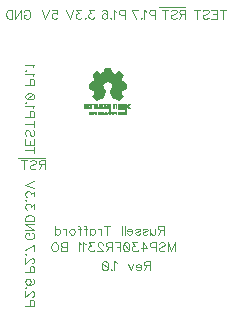
<source format=gbo>
G04 DipTrace 3.1.0.0*
G04 MSP430FR2311Breakout.gbo*
%MOIN*%
G04 #@! TF.FileFunction,Legend,Bot*
G04 #@! TF.Part,Single*
%ADD12C,0.003*%
%ADD58C,0.004632*%
%FSLAX26Y26*%
G04*
G70*
G90*
G75*
G01*
G04 BotSilk*
%LPD*%
X797251Y1216000D2*
D12*
X815251D1*
X796190Y1213000D2*
X816300D1*
X794954Y1210000D2*
X817421D1*
X767251Y1207000D2*
X770251D1*
X793463D2*
X818919D1*
X842251D2*
X845251D1*
X763363Y1204000D2*
X774844D1*
X789723D2*
X821280D1*
X837657D2*
X848251D1*
X760077Y1201000D2*
X779251D1*
X785251D2*
X824251D1*
X833251D2*
X851251D1*
X757586Y1198000D2*
X854251D1*
X757235Y1195000D2*
X857251D1*
X758181Y1192000D2*
X855288D1*
X759606Y1189000D2*
X853310D1*
X761181Y1186000D2*
X851483D1*
X762511Y1183000D2*
X850024D1*
X762439Y1180000D2*
X850073D1*
X761063Y1177000D2*
X851442D1*
X757330Y1174000D2*
X804544D1*
X807957D2*
X855172D1*
X752607Y1171000D2*
X798431D1*
X814070D2*
X859894D1*
X748359Y1168000D2*
X794258D1*
X818243D2*
X864143D1*
X745157Y1165000D2*
X791564D1*
X820937D2*
X867344D1*
X744149Y1162000D2*
X789625D1*
X822876D2*
X868353D1*
X743622Y1159000D2*
X789144D1*
X823357D2*
X868879D1*
X743392Y1156000D2*
X789819D1*
X822682D2*
X869109D1*
X743299Y1153000D2*
X791063D1*
X821438D2*
X869202D1*
X743251Y1150000D2*
X793002D1*
X819499D2*
X869251D1*
X751315Y1147000D2*
X795358D1*
X817143D2*
X861187D1*
X757694Y1144000D2*
X797567D1*
X814935D2*
X854807D1*
X760851Y1141000D2*
X798087D1*
X814415D2*
X851651D1*
X762366Y1138000D2*
X797332D1*
X815169D2*
X850135D1*
X762154Y1135000D2*
X796226D1*
X816275D2*
X850348D1*
X760703Y1132000D2*
X794906D1*
X817595D2*
X851798D1*
X759057Y1129000D2*
X793569D1*
X818932D2*
X853444D1*
X757229Y1126000D2*
X792371D1*
X820130D2*
X855272D1*
X755251Y1123000D2*
X791241D1*
X821261D2*
X857251D1*
X758251Y1120000D2*
X789861D1*
X822640D2*
X854251D1*
X761251Y1117000D2*
X779802D1*
X785251D2*
X788251D1*
X824251D2*
X827251D1*
X832699D2*
X851251D1*
X764251Y1114000D2*
X774855D1*
X837646D2*
X848251D1*
X767251Y1111000D2*
X770251D1*
X842251D2*
X845251D1*
X728251Y1099000D2*
X770251D1*
X779251D2*
X782251D1*
X788251D2*
X797251D1*
X803251D2*
X812251D1*
X827251D2*
X836251D1*
X842251D2*
X851251D1*
X860251D2*
X869251D1*
X875251D2*
X881251D1*
X728251Y1096000D2*
X770251D1*
X779251D2*
X813431D1*
X825866D2*
X836251D1*
X842251D2*
X869251D1*
X875251D2*
X879646D1*
X728251Y1093000D2*
X743251D1*
X749251D2*
X752251D1*
X761251D2*
X770251D1*
X779251D2*
X788251D1*
X794251D2*
X797251D1*
X803251D2*
X813491D1*
X825004D2*
X827251D1*
X833251D2*
X836251D1*
X842251D2*
X860251D1*
X866251D2*
X877574D1*
X728251Y1090000D2*
X740251D1*
X749251D2*
X752251D1*
X761251D2*
X770251D1*
X779251D2*
X788251D1*
X794251D2*
X813709D1*
X824567D2*
X827251D1*
X833251D2*
X836251D1*
X842251D2*
X860251D1*
X866251D2*
X875251D1*
X728251Y1087000D2*
X752251D1*
X761251D2*
X814262D1*
X824367D2*
X827251D1*
X833251D2*
X836251D1*
X842251D2*
X878438D1*
X728251Y1084000D2*
X752251D1*
X761251D2*
X814738D1*
X824251D2*
X827251D1*
X833251D2*
X836251D1*
X842251D2*
X869251D1*
X875251D2*
X881251D1*
X812022Y1081000D2*
X815019D1*
X866251D2*
X869251D1*
X811524Y1078000D2*
X815156D1*
X866251D2*
X869251D1*
X809829Y1075000D2*
X815216D1*
X866251D2*
X869251D1*
X746251Y1072000D2*
X767251D1*
X773251D2*
X791251D1*
X797251D2*
X800251D1*
X807991D2*
X836251D1*
X842251D2*
X869251D1*
X744855Y1069000D2*
X767251D1*
X773251D2*
X776251D1*
X782251D2*
X800251D1*
X806251D2*
X836251D1*
X842251D2*
X851251D1*
X857251D2*
X869251D1*
X743927Y1066000D2*
X758251D1*
X764251D2*
X767251D1*
X773251D2*
X815251D1*
X821251D2*
X824251D1*
X833251D2*
X836251D1*
X842251D2*
X860251D1*
X866251D2*
X869251D1*
X743251Y1063000D2*
X758251D1*
X764251D2*
X767251D1*
X773251D2*
X806251D1*
X812251D2*
X815251D1*
X821251D2*
X824251D1*
X833251D2*
X836251D1*
X842251D2*
X860251D1*
X866251D2*
X869251D1*
X797251Y1216000D2*
X796190Y1213000D1*
X794954Y1210000D1*
X793463Y1207000D1*
X789723Y1204000D1*
X785251Y1201000D1*
X815251Y1216000D2*
X816300Y1213000D1*
X817421Y1210000D1*
X818919Y1207000D1*
X821280Y1204000D1*
X824251Y1201000D1*
X767251Y1207000D2*
X763363Y1204000D1*
X760077Y1201000D1*
X757586Y1198000D1*
X757235Y1195000D1*
X758181Y1192000D1*
X759606Y1189000D1*
X761181Y1186000D1*
X762511Y1183000D1*
X762439Y1180000D1*
X761063Y1177000D1*
X757330Y1174000D1*
X752607Y1171000D1*
X748359Y1168000D1*
X745157Y1165000D1*
X744149Y1162000D1*
X743622Y1159000D1*
X743392Y1156000D1*
X743299Y1153000D1*
X743251Y1150000D1*
X751315Y1147000D1*
X757694Y1144000D1*
X760851Y1141000D1*
X762366Y1138000D1*
X762154Y1135000D1*
X760703Y1132000D1*
X759057Y1129000D1*
X757229Y1126000D1*
X755251Y1123000D1*
X758251Y1120000D1*
X761251Y1117000D1*
X764251Y1114000D1*
X767251Y1111000D1*
X770251Y1207000D2*
X774844Y1204000D1*
X779251Y1201000D1*
X842251Y1207000D2*
X837657Y1204000D1*
X833251Y1201000D1*
X845251Y1207000D2*
X848251Y1204000D1*
X851251Y1201000D1*
X854251Y1198000D1*
X857251Y1195000D1*
X855288Y1192000D1*
X853310Y1189000D1*
X851483Y1186000D1*
X850024Y1183000D1*
X850073Y1180000D1*
X851442Y1177000D1*
X855172Y1174000D1*
X859894Y1171000D1*
X864143Y1168000D1*
X867344Y1165000D1*
X868353Y1162000D1*
X868879Y1159000D1*
X869109Y1156000D1*
X869202Y1153000D1*
X869251Y1150000D1*
X861187Y1147000D1*
X854807Y1144000D1*
X851651Y1141000D1*
X850135Y1138000D1*
X850348Y1135000D1*
X851798Y1132000D1*
X853444Y1129000D1*
X855272Y1126000D1*
X857251Y1123000D1*
X854251Y1120000D1*
X851251Y1117000D1*
X848251Y1114000D1*
X845251Y1111000D1*
X812251Y1177000D2*
X804544Y1174000D1*
X798431Y1171000D1*
X794258Y1168000D1*
X791564Y1165000D1*
X789625Y1162000D1*
X789144Y1159000D1*
X789819Y1156000D1*
X791063Y1153000D1*
X793002Y1150000D1*
X795358Y1147000D1*
X797567Y1144000D1*
X798087Y1141000D1*
X797332Y1138000D1*
X796226Y1135000D1*
X794906Y1132000D1*
X793569Y1129000D1*
X792371Y1126000D1*
X791241Y1123000D1*
X789861Y1120000D1*
X788251Y1117000D1*
X800251Y1177000D2*
X807957Y1174000D1*
X814070Y1171000D1*
X818243Y1168000D1*
X820937Y1165000D1*
X822876Y1162000D1*
X823357Y1159000D1*
X822682Y1156000D1*
X821438Y1153000D1*
X819499Y1150000D1*
X817143Y1147000D1*
X814935Y1144000D1*
X814415Y1141000D1*
X815169Y1138000D1*
X816275Y1135000D1*
X817595Y1132000D1*
X818932Y1129000D1*
X820130Y1126000D1*
X821261Y1123000D1*
X822640Y1120000D1*
X824251Y1117000D1*
X785251Y1120000D2*
X779802Y1117000D1*
X774855Y1114000D1*
X770251Y1111000D1*
X782251Y1120000D2*
X785251Y1117000D1*
X830251Y1120000D2*
X827251Y1117000D1*
Y1120000D2*
X832699Y1117000D1*
X837646Y1114000D1*
X842251Y1111000D1*
X728251Y1099000D2*
Y1096000D1*
Y1093000D1*
Y1090000D1*
Y1087000D1*
Y1084000D1*
X770251Y1099000D2*
Y1096000D1*
Y1093000D1*
Y1090000D1*
X779251Y1099000D2*
Y1096000D1*
Y1093000D1*
Y1090000D1*
X782251Y1099000D2*
X788251D2*
X797251D2*
X803251D2*
X812251D2*
X813431Y1096000D1*
X813491Y1093000D1*
X813709Y1090000D1*
X814262Y1087000D1*
X814738Y1084000D1*
X815019Y1081000D1*
X815156Y1078000D1*
X815216Y1075000D1*
X815251Y1072000D1*
X836251D1*
Y1069000D1*
Y1066000D1*
Y1063000D1*
X827251Y1099000D2*
X825866Y1096000D1*
X825004Y1093000D1*
X824567Y1090000D1*
X824367Y1087000D1*
X824251Y1084000D1*
X836251Y1099000D2*
Y1096000D1*
Y1093000D1*
Y1090000D1*
Y1087000D1*
Y1084000D1*
X842251Y1099000D2*
Y1096000D1*
Y1093000D1*
Y1090000D1*
Y1087000D1*
Y1084000D1*
Y1081000D1*
X866251D1*
Y1078000D1*
Y1075000D1*
Y1072000D1*
X842251D1*
Y1069000D1*
Y1066000D1*
Y1063000D1*
X851251Y1099000D2*
X860251D2*
X869251D2*
Y1096000D1*
X875251Y1099000D2*
Y1096000D1*
X881251Y1099000D2*
X879646Y1096000D1*
X877574Y1093000D1*
X875251Y1090000D1*
X878438Y1087000D1*
X881251Y1084000D1*
X746251Y1096000D2*
X743251Y1093000D1*
X740251Y1090000D1*
X749251Y1096000D2*
Y1093000D1*
Y1090000D1*
X752251Y1096000D2*
Y1093000D1*
Y1090000D1*
Y1087000D1*
Y1084000D1*
X761251Y1096000D2*
Y1093000D1*
Y1090000D1*
Y1087000D1*
Y1084000D1*
X788251Y1096000D2*
Y1093000D1*
Y1090000D1*
X794251Y1096000D2*
Y1093000D1*
Y1090000D1*
X800251Y1096000D2*
X797251Y1093000D1*
X800251Y1096000D2*
X803251Y1093000D1*
X827251Y1096000D2*
Y1093000D1*
Y1090000D1*
Y1087000D1*
Y1084000D1*
X833251Y1096000D2*
Y1093000D1*
Y1090000D1*
Y1087000D1*
Y1084000D1*
X860251Y1096000D2*
Y1093000D1*
Y1090000D1*
X866251Y1096000D2*
Y1093000D1*
Y1090000D1*
X869251Y1087000D2*
Y1084000D1*
Y1081000D1*
Y1078000D1*
Y1075000D1*
Y1072000D1*
Y1069000D1*
Y1066000D1*
Y1063000D1*
X872251Y1087000D2*
X875251Y1084000D1*
X812251D2*
X812022Y1081000D1*
X811524Y1078000D1*
X809829Y1075000D1*
X807991Y1072000D1*
X806251Y1069000D1*
X746251Y1072000D2*
X744855Y1069000D1*
X743927Y1066000D1*
X743251Y1063000D1*
X767251Y1072000D2*
Y1069000D1*
Y1066000D1*
Y1063000D1*
X773251Y1072000D2*
Y1069000D1*
Y1066000D1*
Y1063000D1*
X791251Y1072000D2*
X797251D2*
X800251D2*
Y1069000D1*
X779251Y1072000D2*
X776251Y1069000D1*
X779251Y1072000D2*
X782251Y1069000D1*
X854251Y1072000D2*
X851251Y1069000D1*
X854251Y1072000D2*
X857251Y1069000D1*
X758251D2*
Y1066000D1*
Y1063000D1*
X764251Y1069000D2*
Y1066000D1*
Y1063000D1*
X815251Y1069000D2*
Y1066000D1*
Y1063000D1*
X821251Y1069000D2*
Y1066000D1*
Y1063000D1*
X824251Y1069000D2*
Y1066000D1*
Y1063000D1*
X833251Y1069000D2*
Y1066000D1*
Y1063000D1*
X860251Y1069000D2*
Y1066000D1*
Y1063000D1*
X866251Y1069000D2*
Y1066000D1*
Y1063000D1*
X809251Y1066000D2*
X806251Y1063000D1*
X809251Y1066000D2*
X812251Y1063000D1*
X994162Y678031D2*
D58*
X981262D1*
X976951Y679490D1*
X975492Y680916D1*
X974066Y683768D1*
Y686653D1*
X975492Y689505D1*
X976951Y690964D1*
X981262Y692390D1*
X994162D1*
Y662246D1*
X984114Y678031D2*
X974066Y662246D1*
X964802Y682342D2*
Y667983D1*
X963376Y663706D1*
X960491Y662246D1*
X956180D1*
X953328Y663706D1*
X949017Y667983D1*
Y682342D2*
Y662246D1*
X923969Y678031D2*
X925395Y680916D1*
X929706Y682342D1*
X934017D1*
X938328Y680916D1*
X939754Y678031D1*
X938328Y675179D1*
X935443Y673720D1*
X928280Y672294D1*
X925395Y670868D1*
X923969Y667983D1*
Y666557D1*
X925395Y663706D1*
X929706Y662246D1*
X934017D1*
X938328Y663706D1*
X939754Y666557D1*
X898920Y678031D2*
X900346Y680916D1*
X904657Y682342D1*
X908968D1*
X913279Y680916D1*
X914705Y678031D1*
X913279Y675179D1*
X910394Y673720D1*
X903231Y672294D1*
X900346Y670868D1*
X898920Y667983D1*
Y666557D1*
X900346Y663706D1*
X904657Y662246D1*
X908968D1*
X913279Y663706D1*
X914705Y666557D1*
X889657Y673720D2*
X872446D1*
Y676605D1*
X873872Y679490D1*
X875298Y680916D1*
X878183Y682342D1*
X882494D1*
X885346Y680916D1*
X888231Y678031D1*
X889657Y673720D1*
Y670868D1*
X888231Y666557D1*
X885346Y663706D1*
X882494Y662246D1*
X878183D1*
X875298Y663706D1*
X872446Y666557D1*
X863182Y692390D2*
Y662246D1*
X853919Y692390D2*
Y662246D1*
X805447Y692390D2*
Y662246D1*
X815495Y692390D2*
X795399D1*
X786135Y682342D2*
Y662246D1*
Y673720D2*
X784676Y678031D1*
X781824Y680916D1*
X778939Y682342D1*
X774628D1*
X748153D2*
Y662246D1*
Y678031D2*
X751005Y680916D1*
X753890Y682342D1*
X758168D1*
X761053Y680916D1*
X763905Y678031D1*
X765364Y673720D1*
Y670868D1*
X763905Y666557D1*
X761053Y663706D1*
X758168Y662246D1*
X753890D1*
X751005Y663706D1*
X748153Y666557D1*
X727416Y692390D2*
X730268D1*
X733153Y690964D1*
X734579Y686653D1*
Y662246D1*
X738890Y682342D2*
X728842D1*
X706678Y692390D2*
X709530D1*
X712415Y690964D1*
X713841Y686653D1*
Y662246D1*
X718152Y682342D2*
X708104D1*
X690252D2*
X693104Y680916D1*
X695989Y678031D1*
X697415Y673720D1*
Y670868D1*
X695989Y666557D1*
X693104Y663706D1*
X690252Y662246D1*
X685941D1*
X683056Y663706D1*
X680204Y666557D1*
X678745Y670868D1*
Y673720D1*
X680204Y678031D1*
X683056Y680916D1*
X685941Y682342D1*
X690252D1*
X669481D2*
Y662246D1*
Y673720D2*
X668022Y678031D1*
X665170Y680916D1*
X662285Y682342D1*
X657974D1*
X631500Y692390D2*
Y662246D1*
Y678031D2*
X634352Y680916D1*
X637237Y682342D1*
X641548D1*
X644400Y680916D1*
X647285Y678031D1*
X648711Y673720D1*
Y670868D1*
X647285Y666557D1*
X644400Y663706D1*
X641548Y662246D1*
X637237D1*
X634352Y663706D1*
X631500Y666557D1*
X1006886Y605996D2*
Y636140D1*
X1018360Y605996D1*
X1029834Y636140D1*
Y605996D1*
X977527Y631829D2*
X980379Y634714D1*
X984690Y636140D1*
X990427D1*
X994738Y634714D1*
X997623Y631829D1*
Y628977D1*
X996164Y626092D1*
X994738Y624666D1*
X991886Y623240D1*
X983264Y620355D1*
X980379Y618929D1*
X978953Y617470D1*
X977527Y614618D1*
Y610307D1*
X980379Y607455D1*
X984690Y605996D1*
X990427D1*
X994738Y607455D1*
X997623Y610307D1*
X968263Y620355D2*
X955330D1*
X951052Y621781D1*
X949593Y623240D1*
X948167Y626092D1*
Y630403D1*
X949593Y633255D1*
X951052Y634714D1*
X955330Y636140D1*
X968263D1*
Y605996D1*
X924545D2*
Y636107D1*
X938904Y616044D1*
X917382D1*
X905233Y636107D2*
X889481D1*
X898070Y624633D1*
X893759D1*
X890907Y623207D1*
X889481Y621781D1*
X888022Y617470D1*
Y614618D1*
X889481Y610307D1*
X892333Y607422D1*
X896644Y605996D1*
X900955D1*
X905233Y607422D1*
X906659Y608881D1*
X908118Y611733D1*
X870137Y636107D2*
X874448Y634681D1*
X877333Y630370D1*
X878759Y623207D1*
Y618896D1*
X877333Y611733D1*
X874448Y607422D1*
X870137Y605996D1*
X867285D1*
X862974Y607422D1*
X860122Y611733D1*
X858663Y618896D1*
Y623207D1*
X860122Y630370D1*
X862974Y634681D1*
X867285Y636107D1*
X870137D1*
X860122Y630370D2*
X877333Y611733D1*
X830729Y636140D2*
X849399D1*
Y605996D1*
Y621781D2*
X837925D1*
X821466D2*
X808566D1*
X804255Y623240D1*
X802796Y624666D1*
X801370Y627518D1*
Y630403D1*
X802796Y633255D1*
X804255Y634714D1*
X808566Y636140D1*
X821466D1*
Y605996D1*
X811418Y621781D2*
X801370Y605996D1*
X790647Y628944D2*
Y630370D1*
X789221Y633255D1*
X787795Y634681D1*
X784910Y636107D1*
X779173D1*
X776321Y634681D1*
X774895Y633255D1*
X773436Y630370D1*
Y627518D1*
X774895Y624633D1*
X777747Y620355D1*
X792106Y605996D1*
X772010D1*
X759861Y636107D2*
X744110D1*
X752698Y624633D1*
X748387D1*
X745536Y623207D1*
X744110Y621781D1*
X742650Y617470D1*
Y614618D1*
X744110Y610307D1*
X746962Y607422D1*
X751273Y605996D1*
X755584D1*
X759861Y607422D1*
X761287Y608881D1*
X762746Y611733D1*
X733387Y630370D2*
X730502Y631829D1*
X726191Y636107D1*
Y605996D1*
X716927Y630370D2*
X714042Y631829D1*
X709731Y636107D1*
Y605996D1*
X671307Y636140D2*
Y605996D1*
X658374D1*
X654063Y607455D1*
X652637Y608881D1*
X651211Y611733D1*
Y616044D1*
X652637Y618929D1*
X654063Y620355D1*
X658374Y621781D1*
X654063Y623240D1*
X652637Y624666D1*
X651211Y627518D1*
Y630403D1*
X652637Y633255D1*
X654063Y634714D1*
X658374Y636140D1*
X671307D1*
Y621781D2*
X658374D1*
X633325Y636140D2*
X636211Y634714D1*
X639062Y631829D1*
X640522Y628977D1*
X641948Y624666D1*
Y617470D1*
X640522Y613192D1*
X639062Y610307D1*
X636211Y607455D1*
X633325Y605996D1*
X627588D1*
X624737Y607455D1*
X621852Y610307D1*
X620426Y613192D1*
X619000Y617470D1*
Y624666D1*
X620426Y628977D1*
X621852Y631829D1*
X624737Y634714D1*
X627588Y636140D1*
X633325D1*
X947922Y559281D2*
X935022D1*
X930711Y560740D1*
X929252Y562166D1*
X927826Y565018D1*
Y567903D1*
X929252Y570755D1*
X930711Y572214D1*
X935022Y573640D1*
X947922D1*
Y543496D1*
X937874Y559281D2*
X927826Y543496D1*
X918563Y554970D2*
X901352D1*
Y557855D1*
X902778Y560740D1*
X904204Y562166D1*
X907089Y563592D1*
X911400D1*
X914252Y562166D1*
X917137Y559281D1*
X918563Y554970D1*
Y552118D1*
X917137Y547807D1*
X914252Y544955D1*
X911400Y543496D1*
X907089D1*
X904204Y544955D1*
X901352Y547807D1*
X892088Y563592D2*
X883466Y543496D1*
X874877Y563592D1*
X836453Y567870D2*
X833568Y569329D1*
X829257Y573607D1*
Y543496D1*
X818568Y546381D2*
X819994Y544922D1*
X818568Y543496D1*
X817109Y544922D1*
X818568Y546381D1*
X799223Y573607D2*
X803534Y572181D1*
X806419Y567870D1*
X807845Y560707D1*
Y556396D1*
X806419Y549233D1*
X803534Y544922D1*
X799223Y543496D1*
X796371D1*
X792060Y544922D1*
X789208Y549233D1*
X787749Y556396D1*
Y560707D1*
X789208Y567870D1*
X792060Y572181D1*
X796371Y573607D1*
X799223D1*
X789208Y567870D2*
X806419Y549233D1*
X527519Y1404178D2*
X528945Y1407030D1*
X531830Y1409915D1*
X534682Y1411341D1*
X540419D1*
X543304Y1409915D1*
X546156Y1407030D1*
X547615Y1404178D1*
X549041Y1399867D1*
Y1392670D1*
X547615Y1388393D1*
X546156Y1385508D1*
X543304Y1382656D1*
X540419Y1381197D1*
X534682D1*
X531830Y1382656D1*
X528945Y1385508D1*
X527519Y1388393D1*
Y1392670D1*
X534682D1*
X498160Y1411341D2*
Y1381197D1*
X518256Y1411341D1*
Y1381197D1*
X488896Y1411341D2*
Y1381197D1*
X478848D1*
X474537Y1382656D1*
X471652Y1385508D1*
X470226Y1388393D1*
X468800Y1392670D1*
Y1399867D1*
X470226Y1404178D1*
X471652Y1407030D1*
X474537Y1409915D1*
X478848Y1411341D1*
X488896D1*
X622646Y1411307D2*
X636972D1*
X638398Y1398407D1*
X636972Y1399833D1*
X632661Y1401293D1*
X628383D1*
X624072Y1399833D1*
X621187Y1396982D1*
X619761Y1392670D1*
Y1389819D1*
X621187Y1385508D1*
X624072Y1382622D1*
X628383Y1381197D1*
X632661D1*
X636972Y1382622D1*
X638398Y1384082D1*
X639857Y1386934D1*
X610497Y1411341D2*
X599023Y1381197D1*
X587549Y1411341D1*
X759729Y1411307D2*
X743978D1*
X752566Y1399833D1*
X748255D1*
X745404Y1398407D1*
X743978Y1396982D1*
X742518Y1392670D1*
Y1389819D1*
X743978Y1385508D1*
X746829Y1382622D1*
X751141Y1381197D1*
X755452D1*
X759729Y1382622D1*
X761155Y1384082D1*
X762614Y1386934D1*
X731829Y1384082D2*
X733255Y1382622D1*
X731829Y1381197D1*
X730370Y1382622D1*
X731829Y1384082D1*
X718221Y1411307D2*
X702469D1*
X711058Y1399833D1*
X706747D1*
X703895Y1398407D1*
X702469Y1396982D1*
X701010Y1392670D1*
Y1389819D1*
X702469Y1385508D1*
X705321Y1382622D1*
X709632Y1381197D1*
X713943D1*
X718221Y1382622D1*
X719647Y1384082D1*
X721106Y1386934D1*
X691747Y1411341D2*
X680273Y1381197D1*
X668799Y1411341D1*
X864153Y1395556D2*
X851220D1*
X846942Y1396982D1*
X845483Y1398441D1*
X844057Y1401293D1*
Y1405604D1*
X845483Y1408455D1*
X846942Y1409915D1*
X851220Y1411341D1*
X864153D1*
Y1381197D1*
X834793Y1405570D2*
X831908Y1407030D1*
X827597Y1411307D1*
Y1381197D1*
X816908Y1384082D2*
X818334Y1382622D1*
X816908Y1381197D1*
X815449Y1382622D1*
X816908Y1384082D1*
X788974Y1407030D2*
X790400Y1409881D1*
X794711Y1411307D1*
X797563D1*
X801874Y1409881D1*
X804759Y1405570D1*
X806185Y1398407D1*
Y1391245D1*
X804759Y1385508D1*
X801874Y1382622D1*
X797563Y1381197D1*
X796137D1*
X791859Y1382622D1*
X788974Y1385508D1*
X787548Y1389819D1*
Y1391245D1*
X788974Y1395556D1*
X791859Y1398407D1*
X796137Y1399833D1*
X797563D1*
X801874Y1398407D1*
X804759Y1395556D1*
X806185Y1391245D1*
X965612Y1395556D2*
X952679D1*
X948401Y1396982D1*
X946942Y1398441D1*
X945516Y1401293D1*
Y1405604D1*
X946942Y1408455D1*
X948401Y1409915D1*
X952679Y1411341D1*
X965612D1*
Y1381197D1*
X936252Y1405570D2*
X933367Y1407030D1*
X929056Y1411307D1*
Y1381197D1*
X918367Y1384082D2*
X919793Y1382622D1*
X918367Y1381197D1*
X916908Y1382622D1*
X918367Y1384082D1*
X901907Y1381197D2*
X887548Y1411307D1*
X907644D1*
X1066363Y1396982D2*
X1053463D1*
X1049152Y1398441D1*
X1047693Y1399867D1*
X1046267Y1402718D1*
Y1405604D1*
X1047693Y1408455D1*
X1049152Y1409915D1*
X1053463Y1411341D1*
X1066363D1*
Y1381197D1*
X1056315Y1396982D2*
X1046267Y1381197D1*
X1016908Y1407030D2*
X1019760Y1409915D1*
X1024071Y1411341D1*
X1029808D1*
X1034119Y1409915D1*
X1037004Y1407030D1*
Y1404178D1*
X1035545Y1401293D1*
X1034119Y1399867D1*
X1031267Y1398441D1*
X1022645Y1395556D1*
X1019760Y1394130D1*
X1018334Y1392670D1*
X1016908Y1389819D1*
Y1385508D1*
X1019760Y1382656D1*
X1024071Y1381197D1*
X1029808D1*
X1034119Y1382656D1*
X1037004Y1385508D1*
X997596Y1411341D2*
Y1381197D1*
X1007644Y1411341D2*
X987548D1*
X1066363Y1419200D2*
X978285D1*
X1190466Y1411341D2*
Y1381197D1*
X1200514Y1411341D2*
X1180418D1*
X1152518D2*
X1171155D1*
Y1381197D1*
X1152518D1*
X1171155Y1396982D2*
X1159681D1*
X1123158Y1407030D2*
X1126010Y1409915D1*
X1130321Y1411341D1*
X1136058D1*
X1140369Y1409915D1*
X1143254Y1407030D1*
Y1404178D1*
X1141795Y1401293D1*
X1140369Y1399867D1*
X1137517Y1398441D1*
X1128895Y1395556D1*
X1126010Y1394130D1*
X1124584Y1392670D1*
X1123158Y1389819D1*
Y1385508D1*
X1126010Y1382656D1*
X1130321Y1381197D1*
X1136058D1*
X1140369Y1382656D1*
X1143254Y1385508D1*
X1103847Y1411341D2*
Y1381197D1*
X1113895Y1411341D2*
X1093799D1*
X546426Y1161680D2*
Y1174613D1*
X547852Y1178891D1*
X549311Y1180350D1*
X552163Y1181776D1*
X556474D1*
X559325Y1180350D1*
X560785Y1178891D1*
X562211Y1174613D1*
Y1161680D1*
X532067D1*
X556440Y1191040D2*
X557900Y1193925D1*
X562177Y1198236D1*
X532067D1*
X534952Y1208925D2*
X533493Y1207499D1*
X532067Y1208925D1*
X533492Y1210385D1*
X534952Y1208925D1*
X556440Y1219648D2*
X557900Y1222533D1*
X562177Y1226844D1*
X532067D1*
X546426Y1055030D2*
Y1067963D1*
X547852Y1072241D1*
X549311Y1073700D1*
X552163Y1075126D1*
X556474D1*
X559325Y1073700D1*
X560785Y1072241D1*
X562211Y1067963D1*
Y1055030D1*
X532067D1*
X556440Y1084389D2*
X557900Y1087274D1*
X562177Y1091585D1*
X532067D1*
X534952Y1102275D2*
X533493Y1100849D1*
X532067Y1102275D1*
X533493Y1103734D1*
X534952Y1102275D1*
X562177Y1121619D2*
X560751Y1117308D1*
X556440Y1114423D1*
X549277Y1112997D1*
X544966D1*
X537804Y1114423D1*
X533492Y1117309D1*
X532067Y1121620D1*
Y1124471D1*
X533493Y1128782D1*
X537804Y1131634D1*
X544967Y1133093D1*
X549278D1*
X556440Y1131634D1*
X560751Y1128782D1*
X562177Y1124471D1*
Y1121619D1*
X556440Y1131634D2*
X537804Y1114423D1*
X562211Y942678D2*
X532067D1*
X562211Y932630D2*
Y952726D1*
Y980626D2*
Y961990D1*
X532067D1*
Y980626D1*
X547852Y961990D2*
Y973463D1*
X557900Y1009986D2*
X560785Y1007134D1*
X562211Y1002823D1*
Y997086D1*
X560785Y992775D1*
X557900Y989890D1*
X555048D1*
X552163Y991349D1*
X550737Y992775D1*
X549311Y995627D1*
X546426Y1004249D1*
X545000Y1007134D1*
X543541Y1008560D1*
X540689Y1009986D1*
X536378D1*
X533526Y1007134D1*
X532067Y1002823D1*
Y997086D1*
X533526Y992775D1*
X536378Y989890D1*
X562211Y1029297D2*
X532067D1*
X562211Y1019249D2*
Y1039345D1*
X562177Y748414D2*
Y764165D1*
X550703Y755577D1*
Y759888D1*
X549277Y762740D1*
X547852Y764165D1*
X543541Y765625D1*
X540689D1*
X536378Y764165D1*
X533493Y761314D1*
X532067Y757003D1*
Y752692D1*
X533493Y748414D1*
X534952Y746988D1*
X537804Y745529D1*
X534952Y776314D2*
X533493Y774888D1*
X532067Y776314D1*
X533493Y777773D1*
X534952Y776314D1*
X562177Y789922D2*
Y805674D1*
X550703Y797085D1*
Y801396D1*
X549277Y804248D1*
X547852Y805674D1*
X543541Y807133D1*
X540689D1*
X536378Y805674D1*
X533493Y802822D1*
X532067Y798511D1*
Y794200D1*
X533493Y789922D1*
X534952Y788496D1*
X537804Y787037D1*
X562211Y816396D2*
X532067Y827870D1*
X562211Y839344D1*
X555046Y668125D2*
X557898Y666699D1*
X560783Y663814D1*
X562209Y660962D1*
Y655225D1*
X560783Y652340D1*
X557898Y649488D1*
X555046Y648029D1*
X550735Y646603D1*
X543539D1*
X539261Y648029D1*
X536376Y649488D1*
X533524Y652340D1*
X532065Y655225D1*
Y660962D1*
X533524Y663814D1*
X536376Y666699D1*
X539261Y668125D1*
X543539D1*
Y660962D1*
X562209Y697485D2*
X532065D1*
X562209Y677389D1*
X532065D1*
X562209Y706748D2*
X532065D1*
Y716796D1*
X533524Y721107D1*
X536376Y723992D1*
X539261Y725418D1*
X543539Y726844D1*
X550735D1*
X555046Y725418D1*
X557898Y723992D1*
X560783Y721107D1*
X562209Y716796D1*
Y706748D1*
X546424Y535880D2*
Y548814D1*
X547850Y553091D1*
X549309Y554551D1*
X552161Y555976D1*
X556472D1*
X559324Y554551D1*
X560783Y553091D1*
X562209Y548814D1*
Y535880D1*
X532065D1*
X555013Y566699D2*
X556439D1*
X559324Y568125D1*
X560750Y569551D1*
X562176Y572436D1*
Y578173D1*
X560750Y581025D1*
X559324Y582451D1*
X556439Y583910D1*
X553587D1*
X550702Y582451D1*
X546424Y579599D1*
X532065Y565240D1*
Y585336D1*
X534950Y596026D2*
X533491Y594600D1*
X532065Y596026D1*
X533491Y597485D1*
X534950Y596026D1*
X532065Y612485D2*
X562176Y626844D1*
Y606748D1*
X546424Y424840D2*
Y437773D1*
X547850Y442051D1*
X549309Y443510D1*
X552161Y444936D1*
X556472D1*
X559324Y443510D1*
X560783Y442051D1*
X562209Y437773D1*
Y424840D1*
X532065D1*
X555013Y455658D2*
X556439D1*
X559324Y457084D1*
X560750Y458510D1*
X562176Y461395D1*
Y467132D1*
X560750Y469984D1*
X559324Y471410D1*
X556439Y472869D1*
X553587D1*
X550702Y471410D1*
X546424Y468558D1*
X532065Y454199D1*
Y474295D1*
X534950Y484985D2*
X533491Y483559D1*
X532065Y484985D1*
X533491Y486444D1*
X534950Y484985D1*
X557898Y512918D2*
X560750Y511492D1*
X562176Y507181D1*
Y504329D1*
X560750Y500018D1*
X556439Y497133D1*
X549276Y495707D1*
X542113D1*
X536376Y497133D1*
X533491Y500018D1*
X532065Y504329D1*
Y505755D1*
X533491Y510033D1*
X536376Y512918D1*
X540687Y514344D1*
X542113D1*
X546424Y512918D1*
X549276Y510033D1*
X550702Y505755D1*
Y504329D1*
X549276Y500018D1*
X546424Y497133D1*
X542113Y495707D1*
X597240Y896207D2*
X584340D1*
X580029Y897666D1*
X578570Y899092D1*
X577144Y901944D1*
Y904829D1*
X578570Y907681D1*
X580029Y909140D1*
X584340Y910566D1*
X597240D1*
Y880422D1*
X587192Y896207D2*
X577144Y880422D1*
X547784Y906255D2*
X550636Y909140D1*
X554947Y910566D1*
X560684D1*
X564995Y909140D1*
X567880Y906255D1*
Y903403D1*
X566421Y900518D1*
X564995Y899092D1*
X562143Y897666D1*
X553521Y894781D1*
X550636Y893355D1*
X549210Y891896D1*
X547784Y889044D1*
Y884733D1*
X550636Y881881D1*
X554947Y880422D1*
X560684D1*
X564995Y881881D1*
X567880Y884733D1*
X528473Y910566D2*
Y880422D1*
X538521Y910566D2*
X518425D1*
X597240Y918426D2*
X509161D1*
M02*

</source>
